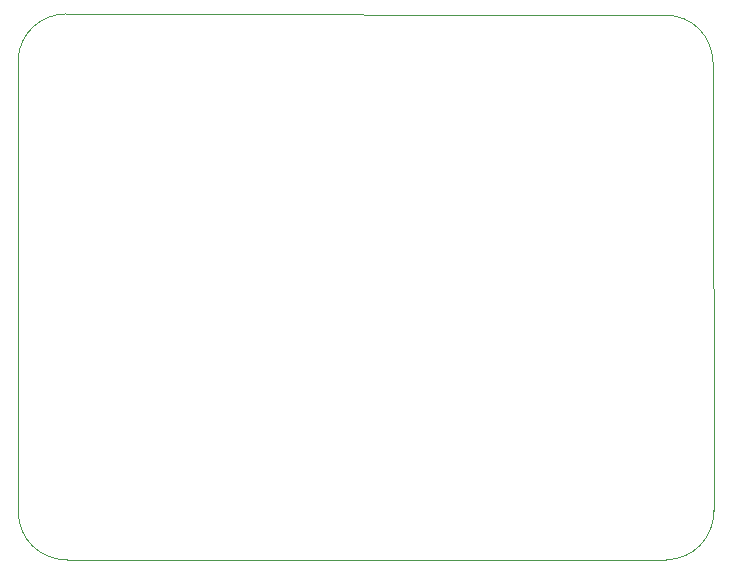
<source format=gbr>
%TF.GenerationSoftware,KiCad,Pcbnew,7.0.7*%
%TF.CreationDate,2023-11-13T23:42:54-06:00*%
%TF.ProjectId,ScienceHeaterElement_2023,53636965-6e63-4654-9865-61746572456c,rev?*%
%TF.SameCoordinates,Original*%
%TF.FileFunction,Profile,NP*%
%FSLAX46Y46*%
G04 Gerber Fmt 4.6, Leading zero omitted, Abs format (unit mm)*
G04 Created by KiCad (PCBNEW 7.0.7) date 2023-11-13 23:42:54*
%MOMM*%
%LPD*%
G01*
G04 APERTURE LIST*
%TA.AperFunction,Profile*%
%ADD10C,0.100000*%
%TD*%
G04 APERTURE END LIST*
D10*
X177800001Y-26520000D02*
X127020562Y-26408176D01*
X181760000Y-30500050D02*
X181839900Y-68459919D01*
X181760050Y-30500050D02*
G75*
G03*
X177800001Y-26520000I-3960050J19950D01*
G01*
X177799901Y-72621684D02*
G75*
G03*
X181839900Y-68459919I99J4041684D01*
G01*
X122958219Y-68580001D02*
G75*
G03*
X127119981Y-72620000I4041781J1D01*
G01*
X122958200Y-68580001D02*
X122936901Y-30212760D01*
X127020562Y-26408174D02*
G75*
G03*
X122936901Y-30212760I-20562J-4071826D01*
G01*
X177799901Y-72621700D02*
X127119981Y-72620000D01*
M02*

</source>
